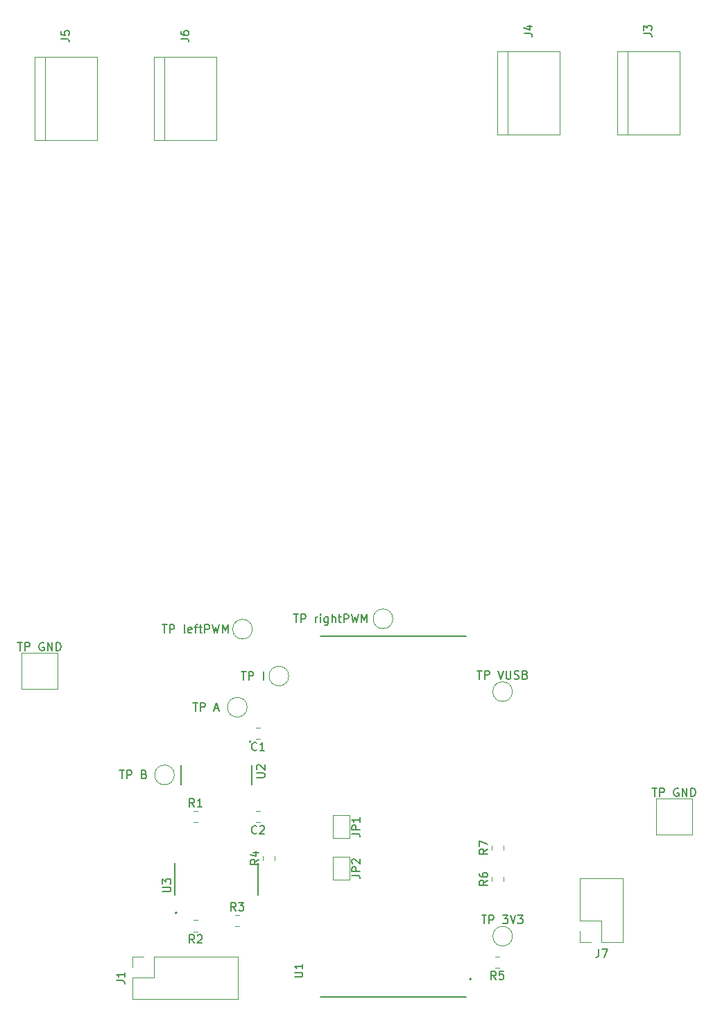
<source format=gbr>
G04 #@! TF.GenerationSoftware,KiCad,Pcbnew,5.1.5+dfsg1-2build2*
G04 #@! TF.CreationDate,2021-11-22T11:52:30+00:00*
G04 #@! TF.ProjectId,PIDController,50494443-6f6e-4747-926f-6c6c65722e6b,rev?*
G04 #@! TF.SameCoordinates,Original*
G04 #@! TF.FileFunction,Legend,Top*
G04 #@! TF.FilePolarity,Positive*
%FSLAX46Y46*%
G04 Gerber Fmt 4.6, Leading zero omitted, Abs format (unit mm)*
G04 Created by KiCad (PCBNEW 5.1.5+dfsg1-2build2) date 2021-11-22 11:52:30*
%MOMM*%
%LPD*%
G04 APERTURE LIST*
%ADD10C,0.120000*%
%ADD11C,0.200000*%
%ADD12C,0.127000*%
%ADD13C,0.150000*%
G04 APERTURE END LIST*
D10*
X135180000Y-136148578D02*
X135180000Y-135631422D01*
X136600000Y-136148578D02*
X136600000Y-135631422D01*
D11*
X124695000Y-142575000D02*
G75*
G03X124695000Y-142575000I-100000J0D01*
G01*
D12*
X124475000Y-140380000D02*
X124475000Y-136480000D01*
X134605000Y-140380000D02*
X134605000Y-136480000D01*
D10*
X179705000Y-47625000D02*
X179705000Y-37465000D01*
X178435000Y-47625000D02*
X186055000Y-47625000D01*
X186055000Y-47625000D02*
X186055000Y-37465000D01*
X186055000Y-37465000D02*
X178435000Y-37465000D01*
X178435000Y-37465000D02*
X178435000Y-47625000D01*
X163830000Y-37465000D02*
X163830000Y-47625000D01*
X171450000Y-37465000D02*
X163830000Y-37465000D01*
X171450000Y-47625000D02*
X171450000Y-37465000D01*
X163830000Y-47625000D02*
X171450000Y-47625000D01*
X165100000Y-47625000D02*
X165100000Y-37465000D01*
X108585000Y-48260000D02*
X108585000Y-38100000D01*
X107315000Y-48260000D02*
X114935000Y-48260000D01*
X114935000Y-48260000D02*
X114935000Y-38100000D01*
X114935000Y-38100000D02*
X107315000Y-38100000D01*
X107315000Y-38100000D02*
X107315000Y-48260000D01*
X121920000Y-38100000D02*
X121920000Y-48260000D01*
X129540000Y-38100000D02*
X121920000Y-38100000D01*
X129540000Y-48260000D02*
X129540000Y-38100000D01*
X121920000Y-48260000D02*
X129540000Y-48260000D01*
X123190000Y-48260000D02*
X123190000Y-38100000D01*
D12*
X160020000Y-108810000D02*
X142240000Y-108810000D01*
X142240000Y-152810000D02*
X160020000Y-152810000D01*
D11*
X160630000Y-150640000D02*
G75*
G03X160630000Y-150640000I-100000J0D01*
G01*
D12*
X125215000Y-124560000D02*
X125215000Y-126900000D01*
X133865000Y-124560000D02*
X133865000Y-126900000D01*
D11*
X133740000Y-121680000D02*
G75*
G03X133740000Y-121680000I-100000J0D01*
G01*
D10*
X119320000Y-153095000D02*
X119320000Y-150495000D01*
X119320000Y-153095000D02*
X132140000Y-153095000D01*
X132140000Y-153095000D02*
X132140000Y-147895000D01*
X121920000Y-147895000D02*
X132140000Y-147895000D01*
X121920000Y-150495000D02*
X121920000Y-147895000D01*
X119320000Y-150495000D02*
X121920000Y-150495000D01*
X119320000Y-147895000D02*
X120650000Y-147895000D01*
X119320000Y-149225000D02*
X119320000Y-147895000D01*
X179130000Y-146110000D02*
X176530000Y-146110000D01*
X179130000Y-146110000D02*
X179130000Y-138370000D01*
X179130000Y-138370000D02*
X173930000Y-138370000D01*
X173930000Y-143510000D02*
X173930000Y-138370000D01*
X176530000Y-143510000D02*
X173930000Y-143510000D01*
X176530000Y-146110000D02*
X176530000Y-143510000D01*
X173930000Y-146110000D02*
X173930000Y-144780000D01*
X175260000Y-146110000D02*
X173930000Y-146110000D01*
X145780000Y-130680000D02*
X145780000Y-133480000D01*
X145780000Y-133480000D02*
X143780000Y-133480000D01*
X143780000Y-133480000D02*
X143780000Y-130680000D01*
X143780000Y-130680000D02*
X145780000Y-130680000D01*
X143780000Y-135760000D02*
X145780000Y-135760000D01*
X143780000Y-138560000D02*
X143780000Y-135760000D01*
X145780000Y-138560000D02*
X143780000Y-138560000D01*
X145780000Y-135760000D02*
X145780000Y-138560000D01*
X133280000Y-117475000D02*
G75*
G03X133280000Y-117475000I-1200000J0D01*
G01*
X124390000Y-125730000D02*
G75*
G03X124390000Y-125730000I-1200000J0D01*
G01*
X138360000Y-113665000D02*
G75*
G03X138360000Y-113665000I-1200000J0D01*
G01*
X133915000Y-107950000D02*
G75*
G03X133915000Y-107950000I-1200000J0D01*
G01*
X151060000Y-106680000D02*
G75*
G03X151060000Y-106680000I-1200000J0D01*
G01*
X105750000Y-115230000D02*
X105750000Y-110830000D01*
X110150000Y-115230000D02*
X105750000Y-115230000D01*
X110150000Y-110830000D02*
X110150000Y-115230000D01*
X105750000Y-110830000D02*
X110150000Y-110830000D01*
X183220000Y-128610000D02*
X187620000Y-128610000D01*
X187620000Y-128610000D02*
X187620000Y-133010000D01*
X187620000Y-133010000D02*
X183220000Y-133010000D01*
X183220000Y-133010000D02*
X183220000Y-128610000D01*
X165665000Y-115570000D02*
G75*
G03X165665000Y-115570000I-1200000J0D01*
G01*
X165665000Y-145415000D02*
G75*
G03X165665000Y-145415000I-1200000J0D01*
G01*
X134878578Y-119940000D02*
X134361422Y-119940000D01*
X134878578Y-121360000D02*
X134361422Y-121360000D01*
X134878578Y-131520000D02*
X134361422Y-131520000D01*
X134878578Y-130100000D02*
X134361422Y-130100000D01*
X126741422Y-130100000D02*
X127258578Y-130100000D01*
X126741422Y-131520000D02*
X127258578Y-131520000D01*
X127258578Y-144855000D02*
X126741422Y-144855000D01*
X127258578Y-143435000D02*
X126741422Y-143435000D01*
X131821422Y-144220000D02*
X132338578Y-144220000D01*
X131821422Y-142800000D02*
X132338578Y-142800000D01*
X164088578Y-147880000D02*
X163571422Y-147880000D01*
X164088578Y-149300000D02*
X163571422Y-149300000D01*
X163120000Y-138688578D02*
X163120000Y-138171422D01*
X164540000Y-138688578D02*
X164540000Y-138171422D01*
X164540000Y-134878578D02*
X164540000Y-134361422D01*
X163120000Y-134878578D02*
X163120000Y-134361422D01*
D13*
X134692380Y-136056666D02*
X134216190Y-136390000D01*
X134692380Y-136628095D02*
X133692380Y-136628095D01*
X133692380Y-136247142D01*
X133740000Y-136151904D01*
X133787619Y-136104285D01*
X133882857Y-136056666D01*
X134025714Y-136056666D01*
X134120952Y-136104285D01*
X134168571Y-136151904D01*
X134216190Y-136247142D01*
X134216190Y-136628095D01*
X134025714Y-135199523D02*
X134692380Y-135199523D01*
X133644761Y-135437619D02*
X134359047Y-135675714D01*
X134359047Y-135056666D01*
X122957380Y-139986904D02*
X123766904Y-139986904D01*
X123862142Y-139939285D01*
X123909761Y-139891666D01*
X123957380Y-139796428D01*
X123957380Y-139605952D01*
X123909761Y-139510714D01*
X123862142Y-139463095D01*
X123766904Y-139415476D01*
X122957380Y-139415476D01*
X122957380Y-139034523D02*
X122957380Y-138415476D01*
X123338333Y-138748809D01*
X123338333Y-138605952D01*
X123385952Y-138510714D01*
X123433571Y-138463095D01*
X123528809Y-138415476D01*
X123766904Y-138415476D01*
X123862142Y-138463095D01*
X123909761Y-138510714D01*
X123957380Y-138605952D01*
X123957380Y-138891666D01*
X123909761Y-138986904D01*
X123862142Y-139034523D01*
X181697380Y-35258333D02*
X182411666Y-35258333D01*
X182554523Y-35305952D01*
X182649761Y-35401190D01*
X182697380Y-35544047D01*
X182697380Y-35639285D01*
X181697380Y-34877380D02*
X181697380Y-34258333D01*
X182078333Y-34591666D01*
X182078333Y-34448809D01*
X182125952Y-34353571D01*
X182173571Y-34305952D01*
X182268809Y-34258333D01*
X182506904Y-34258333D01*
X182602142Y-34305952D01*
X182649761Y-34353571D01*
X182697380Y-34448809D01*
X182697380Y-34734523D01*
X182649761Y-34829761D01*
X182602142Y-34877380D01*
X167092380Y-35258333D02*
X167806666Y-35258333D01*
X167949523Y-35305952D01*
X168044761Y-35401190D01*
X168092380Y-35544047D01*
X168092380Y-35639285D01*
X167425714Y-34353571D02*
X168092380Y-34353571D01*
X167044761Y-34591666D02*
X167759047Y-34829761D01*
X167759047Y-34210714D01*
X110577380Y-35893333D02*
X111291666Y-35893333D01*
X111434523Y-35940952D01*
X111529761Y-36036190D01*
X111577380Y-36179047D01*
X111577380Y-36274285D01*
X110577380Y-34940952D02*
X110577380Y-35417142D01*
X111053571Y-35464761D01*
X111005952Y-35417142D01*
X110958333Y-35321904D01*
X110958333Y-35083809D01*
X111005952Y-34988571D01*
X111053571Y-34940952D01*
X111148809Y-34893333D01*
X111386904Y-34893333D01*
X111482142Y-34940952D01*
X111529761Y-34988571D01*
X111577380Y-35083809D01*
X111577380Y-35321904D01*
X111529761Y-35417142D01*
X111482142Y-35464761D01*
X125182380Y-35893333D02*
X125896666Y-35893333D01*
X126039523Y-35940952D01*
X126134761Y-36036190D01*
X126182380Y-36179047D01*
X126182380Y-36274285D01*
X125182380Y-34988571D02*
X125182380Y-35179047D01*
X125230000Y-35274285D01*
X125277619Y-35321904D01*
X125420476Y-35417142D01*
X125610952Y-35464761D01*
X125991904Y-35464761D01*
X126087142Y-35417142D01*
X126134761Y-35369523D01*
X126182380Y-35274285D01*
X126182380Y-35083809D01*
X126134761Y-34988571D01*
X126087142Y-34940952D01*
X125991904Y-34893333D01*
X125753809Y-34893333D01*
X125658571Y-34940952D01*
X125610952Y-34988571D01*
X125563333Y-35083809D01*
X125563333Y-35274285D01*
X125610952Y-35369523D01*
X125658571Y-35417142D01*
X125753809Y-35464761D01*
X139057380Y-150396904D02*
X139866904Y-150396904D01*
X139962142Y-150349285D01*
X140009761Y-150301666D01*
X140057380Y-150206428D01*
X140057380Y-150015952D01*
X140009761Y-149920714D01*
X139962142Y-149873095D01*
X139866904Y-149825476D01*
X139057380Y-149825476D01*
X140057380Y-148825476D02*
X140057380Y-149396904D01*
X140057380Y-149111190D02*
X139057380Y-149111190D01*
X139200238Y-149206428D01*
X139295476Y-149301666D01*
X139343095Y-149396904D01*
X134427380Y-126066904D02*
X135236904Y-126066904D01*
X135332142Y-126019285D01*
X135379761Y-125971666D01*
X135427380Y-125876428D01*
X135427380Y-125685952D01*
X135379761Y-125590714D01*
X135332142Y-125543095D01*
X135236904Y-125495476D01*
X134427380Y-125495476D01*
X134522619Y-125066904D02*
X134475000Y-125019285D01*
X134427380Y-124924047D01*
X134427380Y-124685952D01*
X134475000Y-124590714D01*
X134522619Y-124543095D01*
X134617857Y-124495476D01*
X134713095Y-124495476D01*
X134855952Y-124543095D01*
X135427380Y-125114523D01*
X135427380Y-124495476D01*
X117332380Y-150828333D02*
X118046666Y-150828333D01*
X118189523Y-150875952D01*
X118284761Y-150971190D01*
X118332380Y-151114047D01*
X118332380Y-151209285D01*
X118332380Y-149828333D02*
X118332380Y-150399761D01*
X118332380Y-150114047D02*
X117332380Y-150114047D01*
X117475238Y-150209285D01*
X117570476Y-150304523D01*
X117618095Y-150399761D01*
X176196666Y-147002380D02*
X176196666Y-147716666D01*
X176149047Y-147859523D01*
X176053809Y-147954761D01*
X175910952Y-148002380D01*
X175815714Y-148002380D01*
X176577619Y-147002380D02*
X177244285Y-147002380D01*
X176815714Y-148002380D01*
X146032380Y-132913333D02*
X146746666Y-132913333D01*
X146889523Y-132960952D01*
X146984761Y-133056190D01*
X147032380Y-133199047D01*
X147032380Y-133294285D01*
X147032380Y-132437142D02*
X146032380Y-132437142D01*
X146032380Y-132056190D01*
X146080000Y-131960952D01*
X146127619Y-131913333D01*
X146222857Y-131865714D01*
X146365714Y-131865714D01*
X146460952Y-131913333D01*
X146508571Y-131960952D01*
X146556190Y-132056190D01*
X146556190Y-132437142D01*
X147032380Y-130913333D02*
X147032380Y-131484761D01*
X147032380Y-131199047D02*
X146032380Y-131199047D01*
X146175238Y-131294285D01*
X146270476Y-131389523D01*
X146318095Y-131484761D01*
X146032380Y-137993333D02*
X146746666Y-137993333D01*
X146889523Y-138040952D01*
X146984761Y-138136190D01*
X147032380Y-138279047D01*
X147032380Y-138374285D01*
X147032380Y-137517142D02*
X146032380Y-137517142D01*
X146032380Y-137136190D01*
X146080000Y-137040952D01*
X146127619Y-136993333D01*
X146222857Y-136945714D01*
X146365714Y-136945714D01*
X146460952Y-136993333D01*
X146508571Y-137040952D01*
X146556190Y-137136190D01*
X146556190Y-137517142D01*
X146127619Y-136564761D02*
X146080000Y-136517142D01*
X146032380Y-136421904D01*
X146032380Y-136183809D01*
X146080000Y-136088571D01*
X146127619Y-136040952D01*
X146222857Y-135993333D01*
X146318095Y-135993333D01*
X146460952Y-136040952D01*
X147032380Y-136612380D01*
X147032380Y-135993333D01*
X126674761Y-116927380D02*
X127246190Y-116927380D01*
X126960476Y-117927380D02*
X126960476Y-116927380D01*
X127579523Y-117927380D02*
X127579523Y-116927380D01*
X127960476Y-116927380D01*
X128055714Y-116975000D01*
X128103333Y-117022619D01*
X128150952Y-117117857D01*
X128150952Y-117260714D01*
X128103333Y-117355952D01*
X128055714Y-117403571D01*
X127960476Y-117451190D01*
X127579523Y-117451190D01*
X129293809Y-117641666D02*
X129770000Y-117641666D01*
X129198571Y-117927380D02*
X129531904Y-116927380D01*
X129865238Y-117927380D01*
X117713333Y-125182380D02*
X118284761Y-125182380D01*
X117999047Y-126182380D02*
X117999047Y-125182380D01*
X118618095Y-126182380D02*
X118618095Y-125182380D01*
X118999047Y-125182380D01*
X119094285Y-125230000D01*
X119141904Y-125277619D01*
X119189523Y-125372857D01*
X119189523Y-125515714D01*
X119141904Y-125610952D01*
X119094285Y-125658571D01*
X118999047Y-125706190D01*
X118618095Y-125706190D01*
X120713333Y-125658571D02*
X120856190Y-125706190D01*
X120903809Y-125753809D01*
X120951428Y-125849047D01*
X120951428Y-125991904D01*
X120903809Y-126087142D01*
X120856190Y-126134761D01*
X120760952Y-126182380D01*
X120380000Y-126182380D01*
X120380000Y-125182380D01*
X120713333Y-125182380D01*
X120808571Y-125230000D01*
X120856190Y-125277619D01*
X120903809Y-125372857D01*
X120903809Y-125468095D01*
X120856190Y-125563333D01*
X120808571Y-125610952D01*
X120713333Y-125658571D01*
X120380000Y-125658571D01*
X132580238Y-113117380D02*
X133151666Y-113117380D01*
X132865952Y-114117380D02*
X132865952Y-113117380D01*
X133485000Y-114117380D02*
X133485000Y-113117380D01*
X133865952Y-113117380D01*
X133961190Y-113165000D01*
X134008809Y-113212619D01*
X134056428Y-113307857D01*
X134056428Y-113450714D01*
X134008809Y-113545952D01*
X133961190Y-113593571D01*
X133865952Y-113641190D01*
X133485000Y-113641190D01*
X135246904Y-114117380D02*
X135246904Y-113117380D01*
X122928571Y-107402380D02*
X123500000Y-107402380D01*
X123214285Y-108402380D02*
X123214285Y-107402380D01*
X123833333Y-108402380D02*
X123833333Y-107402380D01*
X124214285Y-107402380D01*
X124309523Y-107450000D01*
X124357142Y-107497619D01*
X124404761Y-107592857D01*
X124404761Y-107735714D01*
X124357142Y-107830952D01*
X124309523Y-107878571D01*
X124214285Y-107926190D01*
X123833333Y-107926190D01*
X125738095Y-108402380D02*
X125642857Y-108354761D01*
X125595238Y-108259523D01*
X125595238Y-107402380D01*
X126500000Y-108354761D02*
X126404761Y-108402380D01*
X126214285Y-108402380D01*
X126119047Y-108354761D01*
X126071428Y-108259523D01*
X126071428Y-107878571D01*
X126119047Y-107783333D01*
X126214285Y-107735714D01*
X126404761Y-107735714D01*
X126500000Y-107783333D01*
X126547619Y-107878571D01*
X126547619Y-107973809D01*
X126071428Y-108069047D01*
X126833333Y-107735714D02*
X127214285Y-107735714D01*
X126976190Y-108402380D02*
X126976190Y-107545238D01*
X127023809Y-107450000D01*
X127119047Y-107402380D01*
X127214285Y-107402380D01*
X127404761Y-107735714D02*
X127785714Y-107735714D01*
X127547619Y-107402380D02*
X127547619Y-108259523D01*
X127595238Y-108354761D01*
X127690476Y-108402380D01*
X127785714Y-108402380D01*
X128119047Y-108402380D02*
X128119047Y-107402380D01*
X128500000Y-107402380D01*
X128595238Y-107450000D01*
X128642857Y-107497619D01*
X128690476Y-107592857D01*
X128690476Y-107735714D01*
X128642857Y-107830952D01*
X128595238Y-107878571D01*
X128500000Y-107926190D01*
X128119047Y-107926190D01*
X129023809Y-107402380D02*
X129261904Y-108402380D01*
X129452380Y-107688095D01*
X129642857Y-108402380D01*
X129880952Y-107402380D01*
X130261904Y-108402380D02*
X130261904Y-107402380D01*
X130595238Y-108116666D01*
X130928571Y-107402380D01*
X130928571Y-108402380D01*
X138962380Y-106132380D02*
X139533809Y-106132380D01*
X139248095Y-107132380D02*
X139248095Y-106132380D01*
X139867142Y-107132380D02*
X139867142Y-106132380D01*
X140248095Y-106132380D01*
X140343333Y-106180000D01*
X140390952Y-106227619D01*
X140438571Y-106322857D01*
X140438571Y-106465714D01*
X140390952Y-106560952D01*
X140343333Y-106608571D01*
X140248095Y-106656190D01*
X139867142Y-106656190D01*
X141629047Y-107132380D02*
X141629047Y-106465714D01*
X141629047Y-106656190D02*
X141676666Y-106560952D01*
X141724285Y-106513333D01*
X141819523Y-106465714D01*
X141914761Y-106465714D01*
X142248095Y-107132380D02*
X142248095Y-106465714D01*
X142248095Y-106132380D02*
X142200476Y-106180000D01*
X142248095Y-106227619D01*
X142295714Y-106180000D01*
X142248095Y-106132380D01*
X142248095Y-106227619D01*
X143152857Y-106465714D02*
X143152857Y-107275238D01*
X143105238Y-107370476D01*
X143057619Y-107418095D01*
X142962380Y-107465714D01*
X142819523Y-107465714D01*
X142724285Y-107418095D01*
X143152857Y-107084761D02*
X143057619Y-107132380D01*
X142867142Y-107132380D01*
X142771904Y-107084761D01*
X142724285Y-107037142D01*
X142676666Y-106941904D01*
X142676666Y-106656190D01*
X142724285Y-106560952D01*
X142771904Y-106513333D01*
X142867142Y-106465714D01*
X143057619Y-106465714D01*
X143152857Y-106513333D01*
X143629047Y-107132380D02*
X143629047Y-106132380D01*
X144057619Y-107132380D02*
X144057619Y-106608571D01*
X144010000Y-106513333D01*
X143914761Y-106465714D01*
X143771904Y-106465714D01*
X143676666Y-106513333D01*
X143629047Y-106560952D01*
X144390952Y-106465714D02*
X144771904Y-106465714D01*
X144533809Y-106132380D02*
X144533809Y-106989523D01*
X144581428Y-107084761D01*
X144676666Y-107132380D01*
X144771904Y-107132380D01*
X145105238Y-107132380D02*
X145105238Y-106132380D01*
X145486190Y-106132380D01*
X145581428Y-106180000D01*
X145629047Y-106227619D01*
X145676666Y-106322857D01*
X145676666Y-106465714D01*
X145629047Y-106560952D01*
X145581428Y-106608571D01*
X145486190Y-106656190D01*
X145105238Y-106656190D01*
X146010000Y-106132380D02*
X146248095Y-107132380D01*
X146438571Y-106418095D01*
X146629047Y-107132380D01*
X146867142Y-106132380D01*
X147248095Y-107132380D02*
X147248095Y-106132380D01*
X147581428Y-106846666D01*
X147914761Y-106132380D01*
X147914761Y-107132380D01*
X105259523Y-109584380D02*
X105830952Y-109584380D01*
X105545238Y-110584380D02*
X105545238Y-109584380D01*
X106164285Y-110584380D02*
X106164285Y-109584380D01*
X106545238Y-109584380D01*
X106640476Y-109632000D01*
X106688095Y-109679619D01*
X106735714Y-109774857D01*
X106735714Y-109917714D01*
X106688095Y-110012952D01*
X106640476Y-110060571D01*
X106545238Y-110108190D01*
X106164285Y-110108190D01*
X108450000Y-109632000D02*
X108354761Y-109584380D01*
X108211904Y-109584380D01*
X108069047Y-109632000D01*
X107973809Y-109727238D01*
X107926190Y-109822476D01*
X107878571Y-110012952D01*
X107878571Y-110155809D01*
X107926190Y-110346285D01*
X107973809Y-110441523D01*
X108069047Y-110536761D01*
X108211904Y-110584380D01*
X108307142Y-110584380D01*
X108450000Y-110536761D01*
X108497619Y-110489142D01*
X108497619Y-110155809D01*
X108307142Y-110155809D01*
X108926190Y-110584380D02*
X108926190Y-109584380D01*
X109497619Y-110584380D01*
X109497619Y-109584380D01*
X109973809Y-110584380D02*
X109973809Y-109584380D01*
X110211904Y-109584380D01*
X110354761Y-109632000D01*
X110450000Y-109727238D01*
X110497619Y-109822476D01*
X110545238Y-110012952D01*
X110545238Y-110155809D01*
X110497619Y-110346285D01*
X110450000Y-110441523D01*
X110354761Y-110536761D01*
X110211904Y-110584380D01*
X109973809Y-110584380D01*
X182729523Y-127364380D02*
X183300952Y-127364380D01*
X183015238Y-128364380D02*
X183015238Y-127364380D01*
X183634285Y-128364380D02*
X183634285Y-127364380D01*
X184015238Y-127364380D01*
X184110476Y-127412000D01*
X184158095Y-127459619D01*
X184205714Y-127554857D01*
X184205714Y-127697714D01*
X184158095Y-127792952D01*
X184110476Y-127840571D01*
X184015238Y-127888190D01*
X183634285Y-127888190D01*
X185920000Y-127412000D02*
X185824761Y-127364380D01*
X185681904Y-127364380D01*
X185539047Y-127412000D01*
X185443809Y-127507238D01*
X185396190Y-127602476D01*
X185348571Y-127792952D01*
X185348571Y-127935809D01*
X185396190Y-128126285D01*
X185443809Y-128221523D01*
X185539047Y-128316761D01*
X185681904Y-128364380D01*
X185777142Y-128364380D01*
X185920000Y-128316761D01*
X185967619Y-128269142D01*
X185967619Y-127935809D01*
X185777142Y-127935809D01*
X186396190Y-128364380D02*
X186396190Y-127364380D01*
X186967619Y-128364380D01*
X186967619Y-127364380D01*
X187443809Y-128364380D02*
X187443809Y-127364380D01*
X187681904Y-127364380D01*
X187824761Y-127412000D01*
X187920000Y-127507238D01*
X187967619Y-127602476D01*
X188015238Y-127792952D01*
X188015238Y-127935809D01*
X187967619Y-128126285D01*
X187920000Y-128221523D01*
X187824761Y-128316761D01*
X187681904Y-128364380D01*
X187443809Y-128364380D01*
X161369761Y-113024380D02*
X161941190Y-113024380D01*
X161655476Y-114024380D02*
X161655476Y-113024380D01*
X162274523Y-114024380D02*
X162274523Y-113024380D01*
X162655476Y-113024380D01*
X162750714Y-113072000D01*
X162798333Y-113119619D01*
X162845952Y-113214857D01*
X162845952Y-113357714D01*
X162798333Y-113452952D01*
X162750714Y-113500571D01*
X162655476Y-113548190D01*
X162274523Y-113548190D01*
X163893571Y-113024380D02*
X164226904Y-114024380D01*
X164560238Y-113024380D01*
X164893571Y-113024380D02*
X164893571Y-113833904D01*
X164941190Y-113929142D01*
X164988809Y-113976761D01*
X165084047Y-114024380D01*
X165274523Y-114024380D01*
X165369761Y-113976761D01*
X165417380Y-113929142D01*
X165465000Y-113833904D01*
X165465000Y-113024380D01*
X165893571Y-113976761D02*
X166036428Y-114024380D01*
X166274523Y-114024380D01*
X166369761Y-113976761D01*
X166417380Y-113929142D01*
X166465000Y-113833904D01*
X166465000Y-113738666D01*
X166417380Y-113643428D01*
X166369761Y-113595809D01*
X166274523Y-113548190D01*
X166084047Y-113500571D01*
X165988809Y-113452952D01*
X165941190Y-113405333D01*
X165893571Y-113310095D01*
X165893571Y-113214857D01*
X165941190Y-113119619D01*
X165988809Y-113072000D01*
X166084047Y-113024380D01*
X166322142Y-113024380D01*
X166465000Y-113072000D01*
X167226904Y-113500571D02*
X167369761Y-113548190D01*
X167417380Y-113595809D01*
X167465000Y-113691047D01*
X167465000Y-113833904D01*
X167417380Y-113929142D01*
X167369761Y-113976761D01*
X167274523Y-114024380D01*
X166893571Y-114024380D01*
X166893571Y-113024380D01*
X167226904Y-113024380D01*
X167322142Y-113072000D01*
X167369761Y-113119619D01*
X167417380Y-113214857D01*
X167417380Y-113310095D01*
X167369761Y-113405333D01*
X167322142Y-113452952D01*
X167226904Y-113500571D01*
X166893571Y-113500571D01*
X161917380Y-142869380D02*
X162488809Y-142869380D01*
X162203095Y-143869380D02*
X162203095Y-142869380D01*
X162822142Y-143869380D02*
X162822142Y-142869380D01*
X163203095Y-142869380D01*
X163298333Y-142917000D01*
X163345952Y-142964619D01*
X163393571Y-143059857D01*
X163393571Y-143202714D01*
X163345952Y-143297952D01*
X163298333Y-143345571D01*
X163203095Y-143393190D01*
X162822142Y-143393190D01*
X164488809Y-142869380D02*
X165107857Y-142869380D01*
X164774523Y-143250333D01*
X164917380Y-143250333D01*
X165012619Y-143297952D01*
X165060238Y-143345571D01*
X165107857Y-143440809D01*
X165107857Y-143678904D01*
X165060238Y-143774142D01*
X165012619Y-143821761D01*
X164917380Y-143869380D01*
X164631666Y-143869380D01*
X164536428Y-143821761D01*
X164488809Y-143774142D01*
X165393571Y-142869380D02*
X165726904Y-143869380D01*
X166060238Y-142869380D01*
X166298333Y-142869380D02*
X166917380Y-142869380D01*
X166584047Y-143250333D01*
X166726904Y-143250333D01*
X166822142Y-143297952D01*
X166869761Y-143345571D01*
X166917380Y-143440809D01*
X166917380Y-143678904D01*
X166869761Y-143774142D01*
X166822142Y-143821761D01*
X166726904Y-143869380D01*
X166441190Y-143869380D01*
X166345952Y-143821761D01*
X166298333Y-143774142D01*
X134453333Y-122657142D02*
X134405714Y-122704761D01*
X134262857Y-122752380D01*
X134167619Y-122752380D01*
X134024761Y-122704761D01*
X133929523Y-122609523D01*
X133881904Y-122514285D01*
X133834285Y-122323809D01*
X133834285Y-122180952D01*
X133881904Y-121990476D01*
X133929523Y-121895238D01*
X134024761Y-121800000D01*
X134167619Y-121752380D01*
X134262857Y-121752380D01*
X134405714Y-121800000D01*
X134453333Y-121847619D01*
X135405714Y-122752380D02*
X134834285Y-122752380D01*
X135120000Y-122752380D02*
X135120000Y-121752380D01*
X135024761Y-121895238D01*
X134929523Y-121990476D01*
X134834285Y-122038095D01*
X134453333Y-132817142D02*
X134405714Y-132864761D01*
X134262857Y-132912380D01*
X134167619Y-132912380D01*
X134024761Y-132864761D01*
X133929523Y-132769523D01*
X133881904Y-132674285D01*
X133834285Y-132483809D01*
X133834285Y-132340952D01*
X133881904Y-132150476D01*
X133929523Y-132055238D01*
X134024761Y-131960000D01*
X134167619Y-131912380D01*
X134262857Y-131912380D01*
X134405714Y-131960000D01*
X134453333Y-132007619D01*
X134834285Y-132007619D02*
X134881904Y-131960000D01*
X134977142Y-131912380D01*
X135215238Y-131912380D01*
X135310476Y-131960000D01*
X135358095Y-132007619D01*
X135405714Y-132102857D01*
X135405714Y-132198095D01*
X135358095Y-132340952D01*
X134786666Y-132912380D01*
X135405714Y-132912380D01*
X126833333Y-129612380D02*
X126500000Y-129136190D01*
X126261904Y-129612380D02*
X126261904Y-128612380D01*
X126642857Y-128612380D01*
X126738095Y-128660000D01*
X126785714Y-128707619D01*
X126833333Y-128802857D01*
X126833333Y-128945714D01*
X126785714Y-129040952D01*
X126738095Y-129088571D01*
X126642857Y-129136190D01*
X126261904Y-129136190D01*
X127785714Y-129612380D02*
X127214285Y-129612380D01*
X127500000Y-129612380D02*
X127500000Y-128612380D01*
X127404761Y-128755238D01*
X127309523Y-128850476D01*
X127214285Y-128898095D01*
X126833333Y-146247380D02*
X126500000Y-145771190D01*
X126261904Y-146247380D02*
X126261904Y-145247380D01*
X126642857Y-145247380D01*
X126738095Y-145295000D01*
X126785714Y-145342619D01*
X126833333Y-145437857D01*
X126833333Y-145580714D01*
X126785714Y-145675952D01*
X126738095Y-145723571D01*
X126642857Y-145771190D01*
X126261904Y-145771190D01*
X127214285Y-145342619D02*
X127261904Y-145295000D01*
X127357142Y-145247380D01*
X127595238Y-145247380D01*
X127690476Y-145295000D01*
X127738095Y-145342619D01*
X127785714Y-145437857D01*
X127785714Y-145533095D01*
X127738095Y-145675952D01*
X127166666Y-146247380D01*
X127785714Y-146247380D01*
X131913333Y-142312380D02*
X131580000Y-141836190D01*
X131341904Y-142312380D02*
X131341904Y-141312380D01*
X131722857Y-141312380D01*
X131818095Y-141360000D01*
X131865714Y-141407619D01*
X131913333Y-141502857D01*
X131913333Y-141645714D01*
X131865714Y-141740952D01*
X131818095Y-141788571D01*
X131722857Y-141836190D01*
X131341904Y-141836190D01*
X132246666Y-141312380D02*
X132865714Y-141312380D01*
X132532380Y-141693333D01*
X132675238Y-141693333D01*
X132770476Y-141740952D01*
X132818095Y-141788571D01*
X132865714Y-141883809D01*
X132865714Y-142121904D01*
X132818095Y-142217142D01*
X132770476Y-142264761D01*
X132675238Y-142312380D01*
X132389523Y-142312380D01*
X132294285Y-142264761D01*
X132246666Y-142217142D01*
X163663333Y-150692380D02*
X163330000Y-150216190D01*
X163091904Y-150692380D02*
X163091904Y-149692380D01*
X163472857Y-149692380D01*
X163568095Y-149740000D01*
X163615714Y-149787619D01*
X163663333Y-149882857D01*
X163663333Y-150025714D01*
X163615714Y-150120952D01*
X163568095Y-150168571D01*
X163472857Y-150216190D01*
X163091904Y-150216190D01*
X164568095Y-149692380D02*
X164091904Y-149692380D01*
X164044285Y-150168571D01*
X164091904Y-150120952D01*
X164187142Y-150073333D01*
X164425238Y-150073333D01*
X164520476Y-150120952D01*
X164568095Y-150168571D01*
X164615714Y-150263809D01*
X164615714Y-150501904D01*
X164568095Y-150597142D01*
X164520476Y-150644761D01*
X164425238Y-150692380D01*
X164187142Y-150692380D01*
X164091904Y-150644761D01*
X164044285Y-150597142D01*
X162632380Y-138596666D02*
X162156190Y-138930000D01*
X162632380Y-139168095D02*
X161632380Y-139168095D01*
X161632380Y-138787142D01*
X161680000Y-138691904D01*
X161727619Y-138644285D01*
X161822857Y-138596666D01*
X161965714Y-138596666D01*
X162060952Y-138644285D01*
X162108571Y-138691904D01*
X162156190Y-138787142D01*
X162156190Y-139168095D01*
X161632380Y-137739523D02*
X161632380Y-137930000D01*
X161680000Y-138025238D01*
X161727619Y-138072857D01*
X161870476Y-138168095D01*
X162060952Y-138215714D01*
X162441904Y-138215714D01*
X162537142Y-138168095D01*
X162584761Y-138120476D01*
X162632380Y-138025238D01*
X162632380Y-137834761D01*
X162584761Y-137739523D01*
X162537142Y-137691904D01*
X162441904Y-137644285D01*
X162203809Y-137644285D01*
X162108571Y-137691904D01*
X162060952Y-137739523D01*
X162013333Y-137834761D01*
X162013333Y-138025238D01*
X162060952Y-138120476D01*
X162108571Y-138168095D01*
X162203809Y-138215714D01*
X162632380Y-134786666D02*
X162156190Y-135120000D01*
X162632380Y-135358095D02*
X161632380Y-135358095D01*
X161632380Y-134977142D01*
X161680000Y-134881904D01*
X161727619Y-134834285D01*
X161822857Y-134786666D01*
X161965714Y-134786666D01*
X162060952Y-134834285D01*
X162108571Y-134881904D01*
X162156190Y-134977142D01*
X162156190Y-135358095D01*
X161632380Y-134453333D02*
X161632380Y-133786666D01*
X162632380Y-134215238D01*
M02*

</source>
